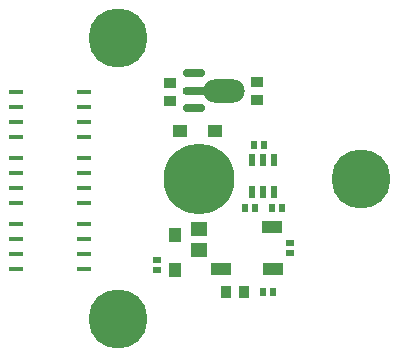
<source format=gbr>
G04 Layer_Color=255*
%FSLAX25Y25*%
%MOIN*%
%TF.FileFunction,Pads,Bot*%
%TF.Part,Single*%
G01*
G75*
%TA.AperFunction,ConnectorPad*%
%ADD14C,0.19685*%
%TA.AperFunction,SMDPad*%
%ADD16R,0.04528X0.01772*%
%TA.AperFunction,SMDPad*%
%ADD17R,0.02362X0.02559*%
%TA.AperFunction,SMDPad*%
%ADD18R,0.02559X0.02362*%
%TA.AperFunction,SMDPad*%
%ADD19R,0.02362X0.03937*%
%TA.AperFunction,SMDPad*%
%ADD20R,0.03858X0.03661*%
%TA.AperFunction,SMDPad*%
%ADD21O,0.13780X0.07874*%
%TA.AperFunction,SMDPad*%
%ADD22O,0.08268X0.02756*%
%TA.AperFunction,SMDPad*%
%ADD23O,0.07480X0.02756*%
%TA.AperFunction,SMDPad*%
%ADD24R,0.03937X0.04921*%
%TA.AperFunction,SMDPad*%
%ADD25R,0.05787X0.04567*%
%TA.AperFunction,SMDPad*%
%ADD26R,0.04921X0.03937*%
%TA.AperFunction,SMDPad*%
%ADD27R,0.03661X0.03858*%
%TA.AperFunction,SMDPad*%
%ADD28R,0.07087X0.03937*%
%TA.AperFunction,SMDPad*%
%ADD29R,0.07086X0.03937*%
%TA.AperFunction,ConnectorPad*%
%ADD32C,0.23622*%
D14*
X447736Y393701D02*
D03*
X366683Y346905D02*
D03*
X366683Y440497D02*
D03*
D16*
X332740Y363500D02*
D03*
Y368500D02*
D03*
Y373500D02*
D03*
Y378500D02*
D03*
X355260Y363500D02*
D03*
Y368500D02*
D03*
Y373500D02*
D03*
Y378500D02*
D03*
X332740Y407500D02*
D03*
Y412500D02*
D03*
Y417500D02*
D03*
Y422500D02*
D03*
X355260Y407500D02*
D03*
Y412500D02*
D03*
Y417500D02*
D03*
Y422500D02*
D03*
X332740Y385500D02*
D03*
Y390500D02*
D03*
Y395500D02*
D03*
Y400500D02*
D03*
X355260Y385500D02*
D03*
Y390500D02*
D03*
Y395500D02*
D03*
Y400500D02*
D03*
D17*
X411827Y405000D02*
D03*
X415173D02*
D03*
X408827Y384000D02*
D03*
X412173D02*
D03*
X417827D02*
D03*
X421173D02*
D03*
X418173Y356000D02*
D03*
X414827D02*
D03*
D18*
X424000Y368827D02*
D03*
Y372173D02*
D03*
X379500Y363327D02*
D03*
Y366673D02*
D03*
D19*
X418740Y399913D02*
D03*
X415000D02*
D03*
X411260D02*
D03*
Y389087D02*
D03*
X415000D02*
D03*
X418740D02*
D03*
D20*
X413000Y419969D02*
D03*
Y426031D02*
D03*
X384000Y419468D02*
D03*
Y425531D02*
D03*
D21*
X401842Y423000D02*
D03*
D22*
X392394D02*
D03*
D23*
X392000Y428905D02*
D03*
Y417095D02*
D03*
D24*
X385500Y374807D02*
D03*
Y363193D02*
D03*
D25*
X393500Y377004D02*
D03*
Y369996D02*
D03*
D26*
X398807Y409500D02*
D03*
X387193D02*
D03*
D27*
X408532Y356000D02*
D03*
X402468D02*
D03*
D28*
X417969Y377588D02*
D03*
D29*
X418359Y363411D02*
D03*
X401027D02*
D03*
D32*
X393701Y393701D02*
D03*
%TF.MD5,6362819CB52F34397624C19412D37962*%
M02*

</source>
